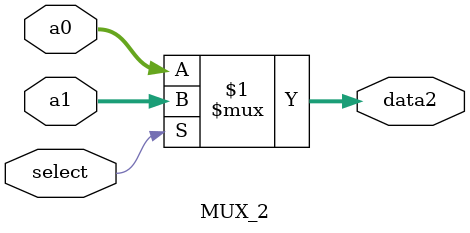
<source format=v>
`timescale 1ns / 1ps


module MUX_2(
    input [31:0] a0,
    input [31:0] a1,
    input select,
    output [31:0] data2
    );
    
    assign data2 = select ? a1 : a0;
    
endmodule

</source>
